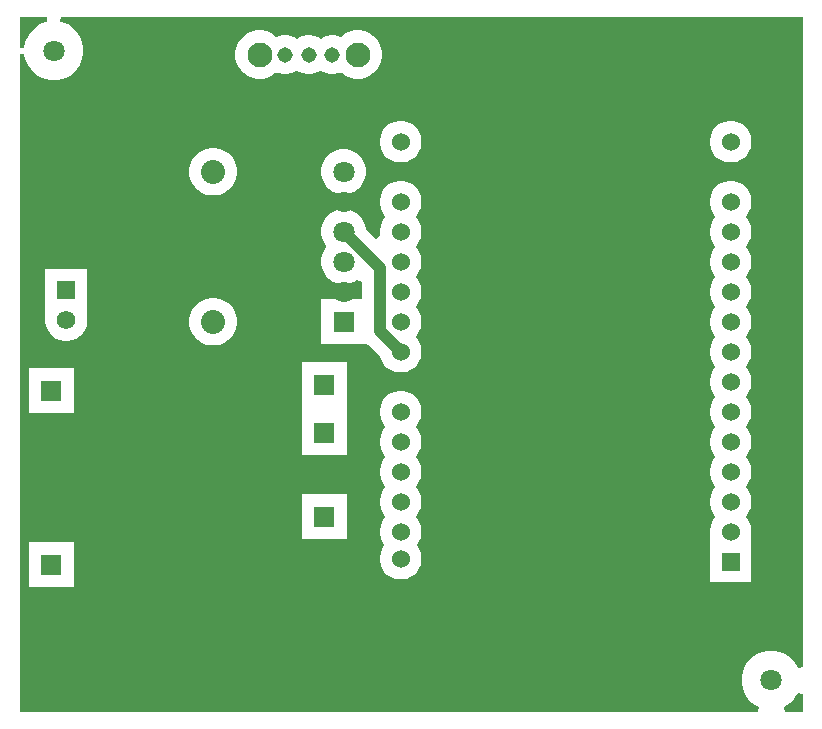
<source format=gbr>
G04*
G04 #@! TF.GenerationSoftware,Altium Limited,Altium Designer,24.6.1 (21)*
G04*
G04 Layer_Physical_Order=1*
G04 Layer_Color=255*
%FSLAX44Y44*%
%MOMM*%
G71*
G04*
G04 #@! TF.SameCoordinates,455CBF28-0157-4816-AAA5-8F8310DED926*
G04*
G04*
G04 #@! TF.FilePolarity,Positive*
G04*
G01*
G75*
%ADD29C,1.0000*%
%ADD30C,1.5240*%
%ADD31R,1.5240X1.5240*%
%ADD32C,1.8000*%
%ADD33C,1.3080*%
%ADD34C,2.1000*%
%ADD35R,1.5750X1.5750*%
%ADD36C,1.5750*%
%ADD37R,1.8000X1.8000*%
%ADD38C,1.8000*%
%ADD39R,1.8000X1.8000*%
%ADD40C,2.0320*%
G36*
X913595Y1264730D02*
X911955Y1264404D01*
X907405Y1262519D01*
X903310Y1259783D01*
X899828Y1256301D01*
X897092Y1252206D01*
X895208Y1247656D01*
X894247Y1242827D01*
X890270Y1242883D01*
Y1268730D01*
X913201D01*
X913595Y1264730D01*
D02*
G37*
G36*
X1553210Y718783D02*
X1549210Y717988D01*
X1548695Y719232D01*
X1545959Y723327D01*
X1542477Y726809D01*
X1538382Y729545D01*
X1533832Y731429D01*
X1529002Y732390D01*
X1524078D01*
X1519248Y731429D01*
X1514698Y729545D01*
X1510603Y726809D01*
X1507121Y723327D01*
X1504385Y719232D01*
X1502501Y714682D01*
X1501540Y709852D01*
Y704928D01*
X1502501Y700098D01*
X1504385Y695548D01*
X1507121Y691453D01*
X1510603Y687971D01*
X1514698Y685235D01*
X1515942Y684720D01*
X1515146Y680720D01*
X890270Y680720D01*
Y1237846D01*
X894247Y1237902D01*
X895208Y1233072D01*
X897092Y1228522D01*
X899828Y1224428D01*
X903310Y1220946D01*
X907405Y1218210D01*
X911955Y1216325D01*
X916785Y1215364D01*
X921709D01*
X926539Y1216325D01*
X931089Y1218210D01*
X935183Y1220946D01*
X938666Y1224428D01*
X941402Y1228522D01*
X943286Y1233072D01*
X944247Y1237902D01*
Y1242827D01*
X943286Y1247656D01*
X941402Y1252206D01*
X938666Y1256301D01*
X935183Y1259783D01*
X931089Y1262519D01*
X926539Y1264404D01*
X924899Y1264730D01*
X925293Y1268730D01*
X1553210Y1268730D01*
Y718783D01*
D02*
G37*
G36*
Y695996D02*
Y680720D01*
X1537934D01*
X1537138Y684720D01*
X1538382Y685235D01*
X1542477Y687971D01*
X1545959Y691453D01*
X1548695Y695548D01*
X1549210Y696792D01*
X1553210Y695996D01*
D02*
G37*
%LPC*%
G36*
X1178579Y1257480D02*
X1174541D01*
X1170580Y1256692D01*
X1166850Y1255147D01*
X1163492Y1252903D01*
X1162422Y1251833D01*
X1159885Y1252884D01*
X1156689Y1253520D01*
X1153431D01*
X1150236Y1252884D01*
X1147225Y1251638D01*
X1145060Y1250191D01*
X1142895Y1251638D01*
X1139885Y1252884D01*
X1136689Y1253520D01*
X1133431D01*
X1130236Y1252884D01*
X1127225Y1251638D01*
X1125060Y1250191D01*
X1122895Y1251638D01*
X1119885Y1252884D01*
X1116689Y1253520D01*
X1113431D01*
X1110235Y1252884D01*
X1107698Y1251833D01*
X1106628Y1252903D01*
X1103270Y1255147D01*
X1099540Y1256692D01*
X1095579Y1257480D01*
X1091541D01*
X1087580Y1256692D01*
X1083850Y1255147D01*
X1080492Y1252903D01*
X1077637Y1250048D01*
X1075393Y1246690D01*
X1073848Y1242960D01*
X1073060Y1238999D01*
Y1234961D01*
X1073848Y1231000D01*
X1075393Y1227270D01*
X1077637Y1223912D01*
X1080492Y1221057D01*
X1083850Y1218813D01*
X1087580Y1217268D01*
X1091541Y1216480D01*
X1095579D01*
X1099540Y1217268D01*
X1103270Y1218813D01*
X1106628Y1221057D01*
X1107698Y1222127D01*
X1110235Y1221076D01*
X1113431Y1220440D01*
X1116689D01*
X1119885Y1221076D01*
X1122895Y1222322D01*
X1125060Y1223769D01*
X1127225Y1222322D01*
X1130236Y1221076D01*
X1133431Y1220440D01*
X1136689D01*
X1139885Y1221076D01*
X1142895Y1222322D01*
X1145060Y1223769D01*
X1147225Y1222322D01*
X1150236Y1221076D01*
X1153431Y1220440D01*
X1156689D01*
X1159885Y1221076D01*
X1162422Y1222127D01*
X1163492Y1221057D01*
X1166850Y1218813D01*
X1170580Y1217268D01*
X1174541Y1216480D01*
X1178579D01*
X1182540Y1217268D01*
X1186270Y1218813D01*
X1189628Y1221057D01*
X1192483Y1223912D01*
X1194727Y1227270D01*
X1196272Y1231000D01*
X1197060Y1234961D01*
Y1238999D01*
X1196272Y1242960D01*
X1194727Y1246690D01*
X1192483Y1250048D01*
X1189628Y1252903D01*
X1186270Y1255147D01*
X1182540Y1256692D01*
X1178579Y1257480D01*
D02*
G37*
G36*
X1493985Y1180940D02*
X1490515D01*
X1487110Y1180263D01*
X1483904Y1178935D01*
X1481018Y1177006D01*
X1478564Y1174552D01*
X1476635Y1171666D01*
X1475307Y1168460D01*
X1474630Y1165055D01*
Y1161585D01*
X1475307Y1158180D01*
X1476635Y1154974D01*
X1478564Y1152088D01*
X1481018Y1149634D01*
X1483904Y1147705D01*
X1487110Y1146377D01*
X1490515Y1145700D01*
X1493985D01*
X1497390Y1146377D01*
X1500596Y1147705D01*
X1503482Y1149634D01*
X1505936Y1152088D01*
X1507865Y1154974D01*
X1509193Y1158180D01*
X1509870Y1161585D01*
Y1165055D01*
X1509193Y1168460D01*
X1507865Y1171666D01*
X1505936Y1174552D01*
X1503482Y1177006D01*
X1500596Y1178935D01*
X1497390Y1180263D01*
X1493985Y1180940D01*
D02*
G37*
G36*
X1214585D02*
X1211115D01*
X1207710Y1180263D01*
X1204504Y1178935D01*
X1201618Y1177006D01*
X1199164Y1174552D01*
X1197235Y1171666D01*
X1195907Y1168460D01*
X1195230Y1165055D01*
Y1161585D01*
X1195907Y1158180D01*
X1197235Y1154974D01*
X1199164Y1152088D01*
X1201618Y1149634D01*
X1204504Y1147705D01*
X1207710Y1146377D01*
X1211115Y1145700D01*
X1214585D01*
X1217990Y1146377D01*
X1221196Y1147705D01*
X1224082Y1149634D01*
X1226536Y1152088D01*
X1228465Y1154974D01*
X1229793Y1158180D01*
X1230470Y1161585D01*
Y1165055D01*
X1229793Y1168460D01*
X1228465Y1171666D01*
X1226536Y1174552D01*
X1224082Y1177006D01*
X1221196Y1178935D01*
X1217990Y1180263D01*
X1214585Y1180940D01*
D02*
G37*
G36*
X1166461Y1156920D02*
X1162719D01*
X1159048Y1156190D01*
X1155590Y1154758D01*
X1152478Y1152678D01*
X1149832Y1150032D01*
X1147752Y1146920D01*
X1146320Y1143462D01*
X1145590Y1139791D01*
Y1136049D01*
X1146320Y1132378D01*
X1147752Y1128920D01*
X1149832Y1125808D01*
X1152478Y1123162D01*
X1155590Y1121082D01*
X1159048Y1119650D01*
X1162719Y1118920D01*
X1166461D01*
X1170132Y1119650D01*
X1173590Y1121082D01*
X1176702Y1123162D01*
X1179348Y1125808D01*
X1181428Y1128920D01*
X1182860Y1132378D01*
X1183590Y1136049D01*
Y1139791D01*
X1182860Y1143462D01*
X1181428Y1146920D01*
X1179348Y1150032D01*
X1176702Y1152678D01*
X1173590Y1154758D01*
X1170132Y1156190D01*
X1166461Y1156920D01*
D02*
G37*
G36*
X1056086Y1158080D02*
X1052114D01*
X1048220Y1157305D01*
X1044551Y1155786D01*
X1041249Y1153579D01*
X1038441Y1150771D01*
X1036235Y1147469D01*
X1034715Y1143801D01*
X1033940Y1139906D01*
Y1135934D01*
X1034715Y1132039D01*
X1036235Y1128371D01*
X1038441Y1125069D01*
X1041249Y1122261D01*
X1044551Y1120054D01*
X1048220Y1118535D01*
X1052114Y1117760D01*
X1056086D01*
X1059980Y1118535D01*
X1063649Y1120054D01*
X1066951Y1122261D01*
X1069759Y1125069D01*
X1071965Y1128371D01*
X1073485Y1132039D01*
X1074260Y1135934D01*
Y1139906D01*
X1073485Y1143801D01*
X1071965Y1147469D01*
X1069759Y1150771D01*
X1066951Y1153579D01*
X1063649Y1155786D01*
X1059980Y1157305D01*
X1056086Y1158080D01*
D02*
G37*
G36*
X1214585Y1130140D02*
X1211115D01*
X1207710Y1129463D01*
X1204504Y1128135D01*
X1201618Y1126206D01*
X1199164Y1123752D01*
X1197235Y1120866D01*
X1195907Y1117660D01*
X1195230Y1114255D01*
Y1110785D01*
X1195907Y1107380D01*
X1197235Y1104174D01*
X1199164Y1101288D01*
X1200631Y1099820D01*
X1199164Y1098352D01*
X1197235Y1095466D01*
X1195907Y1092260D01*
X1195230Y1088855D01*
Y1085385D01*
X1195696Y1083043D01*
X1192190Y1080891D01*
X1183466Y1089616D01*
X1182860Y1092662D01*
X1181428Y1096120D01*
X1179348Y1099232D01*
X1176702Y1101878D01*
X1173590Y1103958D01*
X1170132Y1105390D01*
X1166461Y1106120D01*
X1162719D01*
X1159048Y1105390D01*
X1155590Y1103958D01*
X1152478Y1101878D01*
X1149832Y1099232D01*
X1147752Y1096120D01*
X1146320Y1092662D01*
X1145590Y1088991D01*
Y1085249D01*
X1146320Y1081578D01*
X1147752Y1078120D01*
X1149832Y1075008D01*
X1150420Y1074420D01*
X1149832Y1073832D01*
X1147752Y1070720D01*
X1146320Y1067262D01*
X1145590Y1063591D01*
Y1059849D01*
X1146320Y1056178D01*
X1147752Y1052720D01*
X1149832Y1049608D01*
X1152478Y1046962D01*
X1155590Y1044882D01*
X1159048Y1043450D01*
X1162719Y1042720D01*
X1166461D01*
X1170132Y1043450D01*
X1173590Y1044882D01*
X1175997Y1046491D01*
X1178410Y1045738D01*
X1179997Y1044601D01*
Y1029920D01*
X1145590D01*
Y991920D01*
X1183590D01*
X1186871Y990183D01*
X1195717Y981337D01*
X1195907Y980380D01*
X1197235Y977174D01*
X1199164Y974288D01*
X1201618Y971834D01*
X1204504Y969905D01*
X1207710Y968577D01*
X1211115Y967900D01*
X1214585D01*
X1217990Y968577D01*
X1221196Y969905D01*
X1224082Y971834D01*
X1226536Y974288D01*
X1228465Y977174D01*
X1229793Y980380D01*
X1230470Y983785D01*
Y987255D01*
X1229793Y990660D01*
X1228465Y993866D01*
X1226536Y996752D01*
X1225069Y998220D01*
X1226536Y999688D01*
X1228465Y1002574D01*
X1229793Y1005780D01*
X1230470Y1009185D01*
Y1012655D01*
X1229793Y1016060D01*
X1228465Y1019266D01*
X1226536Y1022152D01*
X1225069Y1023620D01*
X1226536Y1025088D01*
X1228465Y1027974D01*
X1229793Y1031180D01*
X1230470Y1034585D01*
Y1038055D01*
X1229793Y1041460D01*
X1228465Y1044666D01*
X1226536Y1047552D01*
X1225069Y1049020D01*
X1226536Y1050488D01*
X1228465Y1053374D01*
X1229793Y1056580D01*
X1230470Y1059985D01*
Y1063455D01*
X1229793Y1066860D01*
X1228465Y1070066D01*
X1226536Y1072952D01*
X1225069Y1074420D01*
X1226536Y1075888D01*
X1228465Y1078774D01*
X1229793Y1081980D01*
X1230470Y1085385D01*
Y1088855D01*
X1229793Y1092260D01*
X1228465Y1095466D01*
X1226536Y1098352D01*
X1225069Y1099820D01*
X1226536Y1101288D01*
X1228465Y1104174D01*
X1229793Y1107380D01*
X1230470Y1110785D01*
Y1114255D01*
X1229793Y1117660D01*
X1228465Y1120866D01*
X1226536Y1123752D01*
X1224082Y1126206D01*
X1221196Y1128135D01*
X1217990Y1129463D01*
X1214585Y1130140D01*
D02*
G37*
G36*
X947685Y1055265D02*
X911935D01*
Y1019515D01*
X911935Y1019515D01*
X912206Y1015515D01*
X911935Y1014150D01*
Y1010630D01*
X912622Y1007176D01*
X913969Y1003923D01*
X915926Y1000995D01*
X918415Y998506D01*
X921343Y996549D01*
X924596Y995202D01*
X928049Y994515D01*
X931571D01*
X935024Y995202D01*
X938277Y996549D01*
X941205Y998506D01*
X943694Y1000995D01*
X945651Y1003923D01*
X946998Y1007176D01*
X947685Y1010630D01*
Y1014150D01*
X947414Y1015515D01*
X947685Y1019515D01*
X947685D01*
Y1055265D01*
D02*
G37*
G36*
X1056086Y1031080D02*
X1052114D01*
X1048220Y1030305D01*
X1044551Y1028785D01*
X1041249Y1026579D01*
X1038441Y1023771D01*
X1036235Y1020469D01*
X1034715Y1016801D01*
X1033940Y1012906D01*
Y1008934D01*
X1034715Y1005040D01*
X1036235Y1001371D01*
X1038441Y998069D01*
X1041249Y995261D01*
X1044551Y993055D01*
X1048220Y991535D01*
X1052114Y990760D01*
X1056086D01*
X1059980Y991535D01*
X1063649Y993055D01*
X1066951Y995261D01*
X1069759Y998069D01*
X1071965Y1001371D01*
X1073485Y1005040D01*
X1074260Y1008934D01*
Y1012906D01*
X1073485Y1016801D01*
X1071965Y1020469D01*
X1069759Y1023771D01*
X1066951Y1026579D01*
X1063649Y1028785D01*
X1059980Y1030305D01*
X1056086Y1031080D01*
D02*
G37*
G36*
X935940Y971500D02*
X897940D01*
Y933500D01*
X935940D01*
Y971500D01*
D02*
G37*
G36*
X1167080Y976580D02*
X1129080D01*
Y939940D01*
X1129080Y935940D01*
X1129080Y934580D01*
Y897940D01*
X1167080D01*
Y934580D01*
X1167080Y938580D01*
X1167080Y939940D01*
Y976580D01*
D02*
G37*
G36*
Y864820D02*
X1129080D01*
Y826820D01*
X1167080D01*
Y864820D01*
D02*
G37*
G36*
X1214585Y952340D02*
X1211115D01*
X1207710Y951663D01*
X1204504Y950335D01*
X1201618Y948406D01*
X1199164Y945952D01*
X1197235Y943066D01*
X1195907Y939860D01*
X1195230Y936455D01*
Y932985D01*
X1195907Y929580D01*
X1197235Y926374D01*
X1199164Y923488D01*
X1200631Y922020D01*
X1199164Y920552D01*
X1197235Y917666D01*
X1195907Y914460D01*
X1195230Y911055D01*
Y907585D01*
X1195907Y904180D01*
X1197235Y900974D01*
X1199164Y898088D01*
X1200631Y896620D01*
X1199164Y895152D01*
X1197235Y892266D01*
X1195907Y889060D01*
X1195230Y885655D01*
Y882185D01*
X1195907Y878780D01*
X1197235Y875574D01*
X1199164Y872688D01*
X1200631Y871220D01*
X1199164Y869752D01*
X1197235Y866866D01*
X1195907Y863660D01*
X1195230Y860255D01*
Y856785D01*
X1195907Y853380D01*
X1197235Y850174D01*
X1199164Y847288D01*
X1200631Y845820D01*
X1199164Y844352D01*
X1197235Y841466D01*
X1195907Y838260D01*
X1195230Y834855D01*
Y831385D01*
X1195907Y827980D01*
X1197235Y824774D01*
X1199164Y821888D01*
X1199361Y821690D01*
X1199164Y821492D01*
X1197235Y818606D01*
X1195907Y815400D01*
X1195230Y811995D01*
Y808525D01*
X1195907Y805120D01*
X1197235Y801914D01*
X1199164Y799028D01*
X1201618Y796574D01*
X1204504Y794645D01*
X1207710Y793317D01*
X1211115Y792640D01*
X1214585D01*
X1217990Y793317D01*
X1221196Y794645D01*
X1224082Y796574D01*
X1226536Y799028D01*
X1228465Y801914D01*
X1229793Y805120D01*
X1230470Y808525D01*
Y811995D01*
X1229793Y815400D01*
X1228465Y818606D01*
X1226536Y821492D01*
X1226339Y821690D01*
X1226536Y821888D01*
X1228465Y824774D01*
X1229793Y827980D01*
X1230470Y831385D01*
Y834855D01*
X1229793Y838260D01*
X1228465Y841466D01*
X1226536Y844352D01*
X1225069Y845820D01*
X1226536Y847288D01*
X1228465Y850174D01*
X1229793Y853380D01*
X1230470Y856785D01*
Y860255D01*
X1229793Y863660D01*
X1228465Y866866D01*
X1226536Y869752D01*
X1225069Y871220D01*
X1226536Y872688D01*
X1228465Y875574D01*
X1229793Y878780D01*
X1230470Y882185D01*
Y885655D01*
X1229793Y889060D01*
X1228465Y892266D01*
X1226536Y895152D01*
X1225069Y896620D01*
X1226536Y898088D01*
X1228465Y900974D01*
X1229793Y904180D01*
X1230470Y907585D01*
Y911055D01*
X1229793Y914460D01*
X1228465Y917666D01*
X1226536Y920552D01*
X1225069Y922020D01*
X1226536Y923488D01*
X1228465Y926374D01*
X1229793Y929580D01*
X1230470Y932985D01*
Y936455D01*
X1229793Y939860D01*
X1228465Y943066D01*
X1226536Y945952D01*
X1224082Y948406D01*
X1221196Y950335D01*
X1217990Y951663D01*
X1214585Y952340D01*
D02*
G37*
G36*
X1493985Y1130140D02*
X1490515D01*
X1487110Y1129463D01*
X1483904Y1128135D01*
X1481018Y1126206D01*
X1478564Y1123752D01*
X1476635Y1120866D01*
X1475307Y1117660D01*
X1474630Y1114255D01*
Y1110785D01*
X1475307Y1107380D01*
X1476635Y1104174D01*
X1478564Y1101288D01*
X1480031Y1099820D01*
X1478564Y1098352D01*
X1476635Y1095466D01*
X1475307Y1092260D01*
X1474630Y1088855D01*
Y1085385D01*
X1475307Y1081980D01*
X1476635Y1078774D01*
X1478564Y1075888D01*
X1480031Y1074420D01*
X1478564Y1072952D01*
X1476635Y1070066D01*
X1475307Y1066860D01*
X1474630Y1063455D01*
Y1059985D01*
X1475307Y1056580D01*
X1476635Y1053374D01*
X1478564Y1050488D01*
X1480031Y1049020D01*
X1478564Y1047552D01*
X1476635Y1044666D01*
X1475307Y1041460D01*
X1474630Y1038055D01*
Y1034585D01*
X1475307Y1031180D01*
X1476635Y1027974D01*
X1478564Y1025088D01*
X1480031Y1023620D01*
X1478564Y1022152D01*
X1476635Y1019266D01*
X1475307Y1016060D01*
X1474630Y1012655D01*
Y1009185D01*
X1475307Y1005780D01*
X1476635Y1002574D01*
X1478564Y999688D01*
X1480031Y998220D01*
X1478564Y996752D01*
X1476635Y993866D01*
X1475307Y990660D01*
X1474630Y987255D01*
Y983785D01*
X1475307Y980380D01*
X1476635Y977174D01*
X1478564Y974288D01*
X1480031Y972820D01*
X1478564Y971352D01*
X1476635Y968466D01*
X1475307Y965260D01*
X1474630Y961855D01*
Y958385D01*
X1475307Y954980D01*
X1476635Y951774D01*
X1478564Y948888D01*
X1480031Y947420D01*
X1478564Y945952D01*
X1476635Y943066D01*
X1475307Y939860D01*
X1474630Y936455D01*
Y932985D01*
X1475307Y929580D01*
X1476635Y926374D01*
X1478564Y923488D01*
X1480031Y922020D01*
X1478564Y920552D01*
X1476635Y917666D01*
X1475307Y914460D01*
X1474630Y911055D01*
Y907585D01*
X1475307Y904180D01*
X1476635Y900974D01*
X1478564Y898088D01*
X1480031Y896620D01*
X1478564Y895152D01*
X1476635Y892266D01*
X1475307Y889060D01*
X1474630Y885655D01*
Y882185D01*
X1475307Y878780D01*
X1476635Y875574D01*
X1478564Y872688D01*
X1480031Y871220D01*
X1478564Y869752D01*
X1476635Y866866D01*
X1475307Y863660D01*
X1474630Y860255D01*
Y856785D01*
X1475307Y853380D01*
X1476635Y850174D01*
X1478564Y847288D01*
X1480031Y845820D01*
X1478564Y844352D01*
X1476635Y841466D01*
X1475307Y838260D01*
X1474630Y834855D01*
Y831385D01*
X1475037Y829340D01*
X1474630Y825340D01*
X1474630D01*
Y790100D01*
X1509870D01*
Y825340D01*
X1509870Y825340D01*
X1509463Y829340D01*
X1509870Y831385D01*
Y834855D01*
X1509193Y838260D01*
X1507865Y841466D01*
X1505936Y844352D01*
X1504469Y845820D01*
X1505936Y847288D01*
X1507865Y850174D01*
X1509193Y853380D01*
X1509870Y856785D01*
Y860255D01*
X1509193Y863660D01*
X1507865Y866866D01*
X1505936Y869752D01*
X1504469Y871220D01*
X1505936Y872688D01*
X1507865Y875574D01*
X1509193Y878780D01*
X1509870Y882185D01*
Y885655D01*
X1509193Y889060D01*
X1507865Y892266D01*
X1505936Y895152D01*
X1504469Y896620D01*
X1505936Y898088D01*
X1507865Y900974D01*
X1509193Y904180D01*
X1509870Y907585D01*
Y911055D01*
X1509193Y914460D01*
X1507865Y917666D01*
X1505936Y920552D01*
X1504469Y922020D01*
X1505936Y923488D01*
X1507865Y926374D01*
X1509193Y929580D01*
X1509870Y932985D01*
Y936455D01*
X1509193Y939860D01*
X1507865Y943066D01*
X1505936Y945952D01*
X1504469Y947420D01*
X1505936Y948888D01*
X1507865Y951774D01*
X1509193Y954980D01*
X1509870Y958385D01*
Y961855D01*
X1509193Y965260D01*
X1507865Y968466D01*
X1505936Y971352D01*
X1504469Y972820D01*
X1505936Y974288D01*
X1507865Y977174D01*
X1509193Y980380D01*
X1509870Y983785D01*
Y987255D01*
X1509193Y990660D01*
X1507865Y993866D01*
X1505936Y996752D01*
X1504469Y998220D01*
X1505936Y999688D01*
X1507865Y1002574D01*
X1509193Y1005780D01*
X1509870Y1009185D01*
Y1012655D01*
X1509193Y1016060D01*
X1507865Y1019266D01*
X1505936Y1022152D01*
X1504469Y1023620D01*
X1505936Y1025088D01*
X1507865Y1027974D01*
X1509193Y1031180D01*
X1509870Y1034585D01*
Y1038055D01*
X1509193Y1041460D01*
X1507865Y1044666D01*
X1505936Y1047552D01*
X1504469Y1049020D01*
X1505936Y1050488D01*
X1507865Y1053374D01*
X1509193Y1056580D01*
X1509870Y1059985D01*
Y1063455D01*
X1509193Y1066860D01*
X1507865Y1070066D01*
X1505936Y1072952D01*
X1504469Y1074420D01*
X1505936Y1075888D01*
X1507865Y1078774D01*
X1509193Y1081980D01*
X1509870Y1085385D01*
Y1088855D01*
X1509193Y1092260D01*
X1507865Y1095466D01*
X1505936Y1098352D01*
X1504469Y1099820D01*
X1505936Y1101288D01*
X1507865Y1104174D01*
X1509193Y1107380D01*
X1509870Y1110785D01*
Y1114255D01*
X1509193Y1117660D01*
X1507865Y1120866D01*
X1505936Y1123752D01*
X1503482Y1126206D01*
X1500596Y1128135D01*
X1497390Y1129463D01*
X1493985Y1130140D01*
D02*
G37*
G36*
X935940Y824180D02*
X897940D01*
Y786180D01*
X935940D01*
Y824180D01*
D02*
G37*
%LPD*%
D29*
X1195070Y1003300D02*
Y1056696D01*
Y1003300D02*
X1212850Y985520D01*
X1164646Y1087120D02*
X1195070Y1056696D01*
X1164590Y1087120D02*
X1164646D01*
D30*
X1212850Y883920D02*
D03*
Y934720D02*
D03*
Y909320D02*
D03*
Y858520D02*
D03*
Y833120D02*
D03*
Y810260D02*
D03*
X1492250Y1137920D02*
D03*
Y833120D02*
D03*
Y1163320D02*
D03*
Y1112520D02*
D03*
Y1087120D02*
D03*
Y1061720D02*
D03*
Y1036320D02*
D03*
Y1010920D02*
D03*
Y985520D02*
D03*
Y960120D02*
D03*
Y934720D02*
D03*
Y909320D02*
D03*
Y883920D02*
D03*
Y858520D02*
D03*
X1212850Y1137920D02*
D03*
Y960120D02*
D03*
Y985520D02*
D03*
Y1010920D02*
D03*
Y1036320D02*
D03*
Y1061720D02*
D03*
Y1087120D02*
D03*
Y1112520D02*
D03*
Y1163320D02*
D03*
D31*
X1492250Y807720D02*
D03*
D32*
X919247Y1240364D02*
D03*
X1526540Y707390D02*
D03*
D33*
X1155060Y1236980D02*
D03*
X1115060D02*
D03*
X1135060D02*
D03*
D34*
X1176560D02*
D03*
X1093560D02*
D03*
D35*
X929810Y1037390D02*
D03*
D36*
Y1012390D02*
D03*
D37*
X916940Y952500D02*
D03*
Y805180D02*
D03*
X1148080Y957580D02*
D03*
Y805180D02*
D03*
Y916940D02*
D03*
Y845820D02*
D03*
D38*
X1164590Y1137920D02*
D03*
Y1112520D02*
D03*
Y1087120D02*
D03*
Y1061720D02*
D03*
Y1036320D02*
D03*
D39*
Y1010920D02*
D03*
D40*
X1054100D02*
D03*
Y1137920D02*
D03*
M02*

</source>
